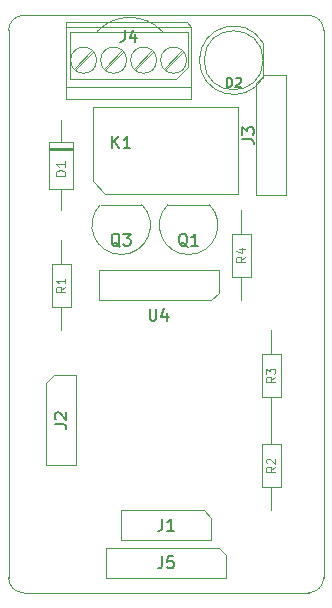
<source format=gbr>
%TF.GenerationSoftware,KiCad,Pcbnew,5.1.5+dfsg1-2~bpo10+1*%
%TF.CreationDate,2020-10-04T09:46:05+00:00*%
%TF.ProjectId,PIS,5049532e-6b69-4636-9164-5f7063625858,rev?*%
%TF.SameCoordinates,Original*%
%TF.FileFunction,Other,Fab,Top*%
%FSLAX45Y45*%
G04 Gerber Fmt 4.5, Leading zero omitted, Abs format (unit mm)*
G04 Created by KiCad (PCBNEW 5.1.5+dfsg1-2~bpo10+1) date 2020-10-04 09:46:05*
%MOMM*%
%LPD*%
G04 APERTURE LIST*
%ADD10C,0.120000*%
%ADD11C,0.100000*%
%ADD12C,0.150000*%
%ADD13C,0.108000*%
%ADD14C,0.200000*%
G04 APERTURE END LIST*
D10*
X-190500Y507511D02*
G75*
G02X-63500Y634511I127000J0D01*
G01*
X2476500Y-4127500D02*
G75*
G02X2349500Y-4254500I-127000J0D01*
G01*
X2349500Y634511D02*
G75*
G02X2476500Y507511I0J-127000D01*
G01*
X-63500Y-4254989D02*
G75*
G02X-190500Y-4127989I0J127000D01*
G01*
X2476500Y-4127500D02*
X2476500Y508000D01*
X-63500Y-4254500D02*
X2349500Y-4254500D01*
X-190500Y508000D02*
X-190500Y-4127500D01*
X2349500Y634511D02*
X-63500Y634511D01*
D11*
X374400Y170500D02*
X527900Y324000D01*
X361000Y184000D02*
X514500Y337500D01*
X628400Y170500D02*
X781900Y324000D01*
X615000Y184000D02*
X768500Y337500D01*
X882400Y170500D02*
X1035900Y324000D01*
X869000Y184000D02*
X1022500Y337500D01*
X1136400Y170500D02*
X1290000Y324000D01*
X1123000Y184000D02*
X1276600Y337500D01*
X1356500Y29000D02*
X294500Y29000D01*
X1356500Y539000D02*
X294500Y539000D01*
X1356500Y539000D02*
X1356500Y-71000D01*
X1316500Y579000D02*
X1356500Y539000D01*
X294500Y579000D02*
X1316500Y579000D01*
X294500Y-71000D02*
X294500Y579000D01*
X1356500Y-71000D02*
X294500Y-71000D01*
X554500Y254000D02*
G75*
G03X554500Y254000I-110000J0D01*
G01*
X808500Y254000D02*
G75*
G03X808500Y254000I-110000J0D01*
G01*
X1062500Y254000D02*
G75*
G03X1062500Y254000I-110000J0D01*
G01*
X1316500Y254000D02*
G75*
G03X1316500Y254000I-110000J0D01*
G01*
X1226500Y94000D02*
X1326500Y194000D01*
X1110803Y497614D02*
G75*
G03X559500Y499000I-276303J-258614D01*
G01*
X1326500Y494000D02*
X1326500Y194000D01*
X326500Y494000D02*
X1326500Y494000D01*
X326500Y94000D02*
X326500Y494000D01*
X1226500Y94000D02*
X326500Y94000D01*
X1587500Y-3873500D02*
X1651000Y-3937000D01*
X635000Y-3873500D02*
X1587500Y-3873500D01*
X635000Y-4127500D02*
X635000Y-3873500D01*
X1651000Y-4127500D02*
X635000Y-4127500D01*
X1651000Y-3937000D02*
X1651000Y-4127500D01*
X571500Y-1524000D02*
X1587500Y-1524000D01*
X571500Y-1778000D02*
X571500Y-1524000D01*
X1524000Y-1778000D02*
X571500Y-1778000D01*
X1587500Y-1714500D02*
X1524000Y-1778000D01*
X1587500Y-1524000D02*
X1587500Y-1714500D01*
X1778000Y-1016000D02*
X1778000Y-1217000D01*
X1778000Y-1778000D02*
X1778000Y-1577000D01*
X1698000Y-1217000D02*
X1698000Y-1577000D01*
X1858000Y-1217000D02*
X1698000Y-1217000D01*
X1858000Y-1577000D02*
X1858000Y-1217000D01*
X1698000Y-1577000D02*
X1858000Y-1577000D01*
X1964500Y107031D02*
X1964500Y400969D01*
X1964500Y254000D02*
G75*
G03X1964500Y254000I-250000J0D01*
G01*
X1964502Y400967D02*
G75*
G03X1964500Y107031I-250002J-146967D01*
G01*
X1508862Y-967637D02*
G75*
G02X1333500Y-1391000I-175362J-175363D01*
G01*
X1158138Y-967637D02*
G75*
G03X1333500Y-1391000I175363J-175363D01*
G01*
X1510500Y-968000D02*
X1160500Y-968000D01*
X354000Y-485000D02*
X154000Y-485000D01*
X354000Y-505000D02*
X154000Y-505000D01*
X354000Y-495000D02*
X154000Y-495000D01*
X254000Y-1016000D02*
X254000Y-835000D01*
X254000Y-254000D02*
X254000Y-435000D01*
X354000Y-835000D02*
X354000Y-435000D01*
X154000Y-835000D02*
X354000Y-835000D01*
X154000Y-435000D02*
X154000Y-835000D01*
X354000Y-435000D02*
X154000Y-435000D01*
D10*
X625000Y-882000D02*
X525000Y-772000D01*
X1755000Y-882000D02*
X625000Y-882000D01*
X1755000Y-142000D02*
X1755000Y-882000D01*
X525000Y-142000D02*
X1755000Y-142000D01*
X525000Y-772000D02*
X525000Y-142000D01*
D11*
X2032000Y-2794000D02*
X2032000Y-2593000D01*
X2032000Y-2032000D02*
X2032000Y-2233000D01*
X2112000Y-2593000D02*
X2112000Y-2233000D01*
X1952000Y-2593000D02*
X2112000Y-2593000D01*
X1952000Y-2233000D02*
X1952000Y-2593000D01*
X2112000Y-2233000D02*
X1952000Y-2233000D01*
X2032000Y-3556000D02*
X2032000Y-3355000D01*
X2032000Y-2794000D02*
X2032000Y-2995000D01*
X2112000Y-3355000D02*
X2112000Y-2995000D01*
X1952000Y-3355000D02*
X2112000Y-3355000D01*
X1952000Y-2995000D02*
X1952000Y-3355000D01*
X2112000Y-2995000D02*
X1952000Y-2995000D01*
X937362Y-967637D02*
G75*
G02X762000Y-1391000I-175363J-175363D01*
G01*
X586638Y-967637D02*
G75*
G03X762000Y-1391000I175362J-175363D01*
G01*
X939000Y-968000D02*
X589000Y-968000D01*
X127000Y-2476500D02*
X190500Y-2413000D01*
X127000Y-3175000D02*
X127000Y-2476500D01*
X381000Y-3175000D02*
X127000Y-3175000D01*
X381000Y-2413000D02*
X381000Y-3175000D01*
X190500Y-2413000D02*
X381000Y-2413000D01*
X1460500Y-3556000D02*
X1524000Y-3619500D01*
X762000Y-3556000D02*
X1460500Y-3556000D01*
X762000Y-3810000D02*
X762000Y-3556000D01*
X1524000Y-3810000D02*
X762000Y-3810000D01*
X1524000Y-3619500D02*
X1524000Y-3810000D01*
X254000Y-1270000D02*
X254000Y-1471000D01*
X254000Y-2032000D02*
X254000Y-1831000D01*
X174000Y-1471000D02*
X174000Y-1831000D01*
X334000Y-1471000D02*
X174000Y-1471000D01*
X334000Y-1831000D02*
X334000Y-1471000D01*
X174000Y-1831000D02*
X334000Y-1831000D01*
X1905000Y63500D02*
X1968500Y127000D01*
X1905000Y-889000D02*
X1905000Y63500D01*
X2159000Y-889000D02*
X1905000Y-889000D01*
X2159000Y127000D02*
X2159000Y-889000D01*
X1968500Y127000D02*
X2159000Y127000D01*
D12*
X792167Y508762D02*
X792167Y437333D01*
X787405Y423048D01*
X777881Y413524D01*
X763595Y408762D01*
X754071Y408762D01*
X882643Y475429D02*
X882643Y408762D01*
X858833Y513524D02*
X835024Y442095D01*
X896928Y442095D01*
X1109667Y-3945738D02*
X1109667Y-4017167D01*
X1104905Y-4031452D01*
X1095381Y-4040976D01*
X1081095Y-4045738D01*
X1071571Y-4045738D01*
X1204905Y-3945738D02*
X1157286Y-3945738D01*
X1152524Y-3993357D01*
X1157286Y-3988595D01*
X1166810Y-3983833D01*
X1190619Y-3983833D01*
X1200143Y-3988595D01*
X1204905Y-3993357D01*
X1209667Y-4002881D01*
X1209667Y-4026690D01*
X1204905Y-4036214D01*
X1200143Y-4040976D01*
X1190619Y-4045738D01*
X1166810Y-4045738D01*
X1157286Y-4040976D01*
X1152524Y-4036214D01*
X1003309Y-1850238D02*
X1003309Y-1931190D01*
X1008071Y-1940714D01*
X1012833Y-1945476D01*
X1022357Y-1950238D01*
X1041405Y-1950238D01*
X1050929Y-1945476D01*
X1055690Y-1940714D01*
X1060452Y-1931190D01*
X1060452Y-1850238D01*
X1150929Y-1883571D02*
X1150929Y-1950238D01*
X1127119Y-1845476D02*
X1103310Y-1916905D01*
X1165214Y-1916905D01*
D13*
X1810571Y-1409000D02*
X1776286Y-1433000D01*
X1810571Y-1450143D02*
X1738571Y-1450143D01*
X1738571Y-1422714D01*
X1742000Y-1415857D01*
X1745428Y-1412428D01*
X1752286Y-1409000D01*
X1762571Y-1409000D01*
X1769428Y-1412428D01*
X1772857Y-1415857D01*
X1776286Y-1422714D01*
X1776286Y-1450143D01*
X1762571Y-1347286D02*
X1810571Y-1347286D01*
X1735143Y-1364429D02*
X1786571Y-1381571D01*
X1786571Y-1337000D01*
D14*
X1655452Y27310D02*
X1655452Y107310D01*
X1674500Y107310D01*
X1685928Y103500D01*
X1693548Y95881D01*
X1697357Y88262D01*
X1701167Y73024D01*
X1701167Y61595D01*
X1697357Y46357D01*
X1693548Y38738D01*
X1685928Y31119D01*
X1674500Y27310D01*
X1655452Y27310D01*
X1731643Y99690D02*
X1735452Y103500D01*
X1743071Y107310D01*
X1762119Y107310D01*
X1769738Y103500D01*
X1773548Y99690D01*
X1777357Y92071D01*
X1777357Y84452D01*
X1773548Y73024D01*
X1727833Y27310D01*
X1777357Y27310D01*
D12*
X1323976Y-1324762D02*
X1314452Y-1320000D01*
X1304929Y-1310476D01*
X1290643Y-1296190D01*
X1281119Y-1291429D01*
X1271595Y-1291429D01*
X1276357Y-1315238D02*
X1266833Y-1310476D01*
X1257310Y-1300952D01*
X1252548Y-1281905D01*
X1252548Y-1248571D01*
X1257310Y-1229524D01*
X1266833Y-1220000D01*
X1276357Y-1215238D01*
X1295405Y-1215238D01*
X1304929Y-1220000D01*
X1314452Y-1229524D01*
X1319214Y-1248571D01*
X1319214Y-1281905D01*
X1314452Y-1300952D01*
X1304929Y-1310476D01*
X1295405Y-1315238D01*
X1276357Y-1315238D01*
X1414452Y-1315238D02*
X1357310Y-1315238D01*
X1385881Y-1315238D02*
X1385881Y-1215238D01*
X1376357Y-1229524D01*
X1366833Y-1239048D01*
X1357310Y-1243810D01*
D10*
X290190Y-724048D02*
X210190Y-724048D01*
X210190Y-705000D01*
X214000Y-693571D01*
X221619Y-685952D01*
X229238Y-682143D01*
X244476Y-678333D01*
X255905Y-678333D01*
X271143Y-682143D01*
X278762Y-685952D01*
X286381Y-693571D01*
X290190Y-705000D01*
X290190Y-724048D01*
X290190Y-602143D02*
X290190Y-647857D01*
X290190Y-625000D02*
X210190Y-625000D01*
X221619Y-632619D01*
X229238Y-640238D01*
X233048Y-647857D01*
D12*
X688190Y-489738D02*
X688190Y-389738D01*
X745333Y-489738D02*
X702476Y-432595D01*
X745333Y-389738D02*
X688190Y-446881D01*
X840571Y-489738D02*
X783428Y-489738D01*
X812000Y-489738D02*
X812000Y-389738D01*
X802476Y-404024D01*
X792952Y-413548D01*
X783428Y-418309D01*
D13*
X2064571Y-2425000D02*
X2030286Y-2449000D01*
X2064571Y-2466143D02*
X1992571Y-2466143D01*
X1992571Y-2438714D01*
X1996000Y-2431857D01*
X1999428Y-2428429D01*
X2006286Y-2425000D01*
X2016571Y-2425000D01*
X2023428Y-2428429D01*
X2026857Y-2431857D01*
X2030286Y-2438714D01*
X2030286Y-2466143D01*
X1992571Y-2401000D02*
X1992571Y-2356429D01*
X2020000Y-2380429D01*
X2020000Y-2370143D01*
X2023428Y-2363286D01*
X2026857Y-2359857D01*
X2033714Y-2356429D01*
X2050857Y-2356429D01*
X2057714Y-2359857D01*
X2061143Y-2363286D01*
X2064571Y-2370143D01*
X2064571Y-2390714D01*
X2061143Y-2397571D01*
X2057714Y-2401000D01*
X2064571Y-3187000D02*
X2030286Y-3211000D01*
X2064571Y-3228143D02*
X1992571Y-3228143D01*
X1992571Y-3200714D01*
X1996000Y-3193857D01*
X1999428Y-3190428D01*
X2006286Y-3187000D01*
X2016571Y-3187000D01*
X2023428Y-3190428D01*
X2026857Y-3193857D01*
X2030286Y-3200714D01*
X2030286Y-3228143D01*
X1999428Y-3159571D02*
X1996000Y-3156143D01*
X1992571Y-3149286D01*
X1992571Y-3132143D01*
X1996000Y-3125286D01*
X1999428Y-3121857D01*
X2006286Y-3118428D01*
X2013143Y-3118428D01*
X2023428Y-3121857D01*
X2064571Y-3163000D01*
X2064571Y-3118428D01*
D12*
X752476Y-1324762D02*
X742952Y-1320000D01*
X733428Y-1310476D01*
X719143Y-1296190D01*
X709619Y-1291429D01*
X700095Y-1291429D01*
X704857Y-1315238D02*
X695333Y-1310476D01*
X685810Y-1300952D01*
X681048Y-1281905D01*
X681048Y-1248571D01*
X685810Y-1229524D01*
X695333Y-1220000D01*
X704857Y-1215238D01*
X723905Y-1215238D01*
X733428Y-1220000D01*
X742952Y-1229524D01*
X747714Y-1248571D01*
X747714Y-1281905D01*
X742952Y-1300952D01*
X733428Y-1310476D01*
X723905Y-1315238D01*
X704857Y-1315238D01*
X781048Y-1215238D02*
X842952Y-1215238D01*
X809619Y-1253333D01*
X823905Y-1253333D01*
X833428Y-1258095D01*
X838190Y-1262857D01*
X842952Y-1272381D01*
X842952Y-1296190D01*
X838190Y-1305714D01*
X833428Y-1310476D01*
X823905Y-1315238D01*
X795333Y-1315238D01*
X785809Y-1310476D01*
X781048Y-1305714D01*
X199238Y-2827333D02*
X270667Y-2827333D01*
X284952Y-2832095D01*
X294476Y-2841619D01*
X299238Y-2855905D01*
X299238Y-2865428D01*
X208762Y-2784476D02*
X204000Y-2779714D01*
X199238Y-2770190D01*
X199238Y-2746381D01*
X204000Y-2736857D01*
X208762Y-2732095D01*
X218286Y-2727333D01*
X227809Y-2727333D01*
X242095Y-2732095D01*
X299238Y-2789238D01*
X299238Y-2727333D01*
X1109667Y-3628238D02*
X1109667Y-3699667D01*
X1104905Y-3713952D01*
X1095381Y-3723476D01*
X1081095Y-3728238D01*
X1071571Y-3728238D01*
X1209667Y-3728238D02*
X1152524Y-3728238D01*
X1181095Y-3728238D02*
X1181095Y-3628238D01*
X1171571Y-3642524D01*
X1162048Y-3652048D01*
X1152524Y-3656809D01*
D13*
X286571Y-1663000D02*
X252286Y-1687000D01*
X286571Y-1704143D02*
X214571Y-1704143D01*
X214571Y-1676714D01*
X218000Y-1669857D01*
X221428Y-1666428D01*
X228286Y-1663000D01*
X238571Y-1663000D01*
X245428Y-1666428D01*
X248857Y-1669857D01*
X252286Y-1676714D01*
X252286Y-1704143D01*
X286571Y-1594428D02*
X286571Y-1635571D01*
X286571Y-1615000D02*
X214571Y-1615000D01*
X224857Y-1621857D01*
X231714Y-1628714D01*
X235143Y-1635571D01*
D12*
X1786738Y-414333D02*
X1858167Y-414333D01*
X1872452Y-419095D01*
X1881976Y-428619D01*
X1886738Y-442905D01*
X1886738Y-452428D01*
X1786738Y-376238D02*
X1786738Y-314333D01*
X1824833Y-347667D01*
X1824833Y-333381D01*
X1829595Y-323857D01*
X1834357Y-319095D01*
X1843881Y-314333D01*
X1867690Y-314333D01*
X1877214Y-319095D01*
X1881976Y-323857D01*
X1886738Y-333381D01*
X1886738Y-361952D01*
X1881976Y-371476D01*
X1877214Y-376238D01*
M02*

</source>
